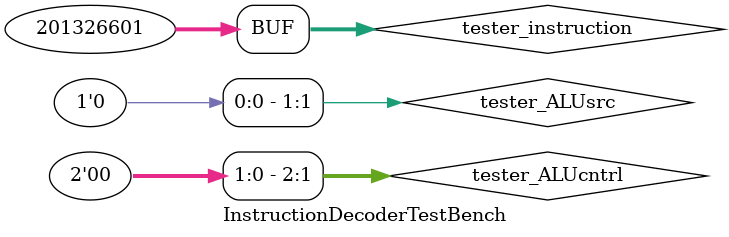
<source format=v>


// hex codes for all the operations we will support with our processor. Defined here to make the LUT more readable.
// op code values pulled from MIPS standards, partially found in power point 9.
// `define OP_ADD 3'd0 // syntax example

`define OPCODE_addiu 6'b001001 // add immediate unsigned. I TYPE
`define OPCODE_jal 6'b000011 // jump and link. J TYPE
`define OPCODE_addu 6'b100001 // add unsigned. R TYPE
`define OPCODE_add 6'b100000 // add two registers. R TYPE
`define OPCODE_addi 6'b001000 // add immediate. I TYPE
`define OPCODE_slt 6'b101010 // set less than. R TYPE
`define OPCODE_bne 6'b000101 // branch not equal. I TYPE
`define OPCODE_beq 6'b000100 // branch if equal. I TYPE
`define OPCODE_jr 6'b001000 // jump return. R TYPE
`define OPCODE_sw 6'b101011 // Store word. I TYPE
`define OPCODE_lw 6'b100011 // Load word. I TYPE

`define RT 2'd0
`define RD 2'd1
`define RA 2'd2

`define immediate 2'b00
`define PC 2'b01
`define Db 2'b10

`define ADD 3'd0
`define SUB 3'd1
`define SLT 3'd3


module InstructionDecoder(clk, instruction, ExtendMethod, RegDst, RegWr, ALUsrc, Branch, Jump, ALUcntrl, MemWr, MemToReg, JumpReg, InvZero);
// Look up table that takes a 32 bit instruction word and sets all the neccissary control
// flags to make the processor preform the correct computation.
input clk;
// 32 bit hex code defining which operation we will preform.
input[31:0] instruction;

// control flags. See all green labels in 'mp3processor.jpg' to see where the list
// of neccissary control flags came from.
output reg[1:0] RegDst; // register desination. selects which part of the instruction contains the write address for the register file.
output reg ExtendMethod; // extend method. chooses whether to sign extend or zero extend the immediate.
output reg RegWr; // register write enable. determines if the output of the last calculation is written back to the register file or not.
output reg[1:0] ALUsrc; // ALU source. does our ALU preform its operation on a value from the reg file, an immediate, or on the program counter.
output reg Branch; // are we branching? helps the instruction fetch unit know what to fetch next.
output reg Jump; // are we jumping? helps the instruction unit know what to fetch next.
output reg [2:0]ALUcntrl; // ALU control. What operation should our ALU preform on the two inputs? (one input is always Da, the other is selected by ALUsrc)
output reg MemWr; // Memory Write Enable. Do we write from the register file to the Data Memory?
output reg MemToReg; // Memory to Register File. What source do we send back to the register file? Do we load from Data Memory, or return the output from the ALU.

// the next control flags are addi9tional control flags found in 'mp3if.jpg' (Instruction Fetch Unit)
output reg JumpReg; // Jump Register. are we doing a jr? helps instruction fetch unit.
output reg InvZero; // Invert Zero flag. should we invert the zero flag from the ALU? makes bne possible.


wire[5:0] op_code;
assign op_code = instruction[31:26];

wire[5:0] funct = instruction[5:0];


always @(instruction,op_code, funct) begin
  case (op_code)
    0: begin
      case (funct)
        `OPCODE_addu: begin RegDst = `RD; ExtendMethod = 0; RegWr = 1; ALUsrc = `Db; Branch = 0; Jump = 0; 
          ALUcntrl = `ADD; MemWr = 0; MemToReg = 0; JumpReg = 0; InvZero = 0; end 
        `OPCODE_add: begin RegDst = `RD; ExtendMethod = 0; RegWr = 1; ALUsrc = `Db; Branch = 0; Jump = 0; 
          ALUcntrl = `ADD; MemWr = 0; MemToReg = 0; JumpReg = 0; InvZero = 0; end 
        `OPCODE_slt: begin RegDst = `RD; ExtendMethod = 0; RegWr = 1; ALUsrc = `Db; Branch = 0; Jump = 0; 
          ALUcntrl = `SLT; MemWr = 0; MemToReg = 0; JumpReg = 0; InvZero = 0; end 
        `OPCODE_jr: begin RegDst = `RD; ExtendMethod = 0; RegWr = 0; ALUsrc = `Db; Branch = 0; Jump = 0; 
          ALUcntrl = `ADD; MemWr = 0; MemToReg = 0; JumpReg = 1; InvZero = 0; end 
        
        default: begin RegDst = 0; ExtendMethod = 0; RegWr = 0; ALUsrc = 0; Branch = 0; Jump = 0; 
        ALUcntrl = 0; MemWr = 0; MemToReg = 0; JumpReg = 0; InvZero = 0; end
      endcase
    end
    `OPCODE_addiu: begin RegDst = `RT; ExtendMethod = 1; RegWr = 1; ALUsrc = `immediate; Branch = 0; Jump = 0; 
      ALUcntrl = `ADD; MemWr = 0; MemToReg = 0; JumpReg = 0; InvZero = 0; end
    `OPCODE_jal: begin RegDst = `RA; ExtendMethod = 0; RegWr = 1; ALUsrc = `PC; Branch = 0; Jump = 1; 
      ALUcntrl = `ADD; MemWr = 0; MemToReg = 0; JumpReg = 0; InvZero = 0; end 
    `OPCODE_addi: begin RegDst = `RT; ExtendMethod = 0; RegWr = 1; ALUsrc = `immediate; Branch = 0; Jump = 0; 
      ALUcntrl = `ADD; MemWr = 0; MemToReg = 0; JumpReg = 0; InvZero = 0; end 
    `OPCODE_bne: begin RegDst = `RT; ExtendMethod = 0; RegWr = 0; ALUsrc = `Db; Branch = 1; Jump = 0; 
      ALUcntrl = `SUB; MemWr = 0; MemToReg = 0; JumpReg = 0; InvZero = 1; end 
    `OPCODE_beq: begin RegDst = `RT; ExtendMethod = 0; RegWr = 0; ALUsrc = `Db; Branch = 1; Jump = 0; 
      ALUcntrl = `SUB; MemWr = 0; MemToReg = 0; JumpReg = 0; InvZero = 0; end 
    `OPCODE_sw: begin RegDst = `RT; ExtendMethod = 0; RegWr = 0; ALUsrc = `immediate; Branch = 0; Jump = 0; 
      ALUcntrl = `ADD; MemWr = 1; MemToReg = 0; JumpReg = 0; InvZero = 0; end 
    `OPCODE_lw: begin RegDst = `RT; ExtendMethod = 0; RegWr = 1; ALUsrc = `immediate; Branch = 0; Jump = 0; 
      ALUcntrl = `ADD; MemWr = 0; MemToReg = 1; JumpReg = 0; InvZero = 0; end 
    
    
    default: begin RegDst = 0; ExtendMethod = 0; RegWr = 0; ALUsrc = 0; Branch = 0; Jump = 0; 
      ALUcntrl = 0; MemWr = 0; MemToReg = 0; JumpReg = 0; InvZero = 0; end
    // helps make sure every case is represented, so that the synthesiser 
    // can optimize away all the registers. (all outputs were declared as reg). 
    // apparently the synthesiser can't get rid of them if one of my cases is incomplete.
    // default case should never be used.
  endcase
end // end always block
endmodule 

module InstructionDecoderTestBench;
reg[31:0] tester_instruction;
wire tester_RegDst;
wire tester_ExtendMethod;
wire tester_RegWr;
wire[1:0] tester_ALUsrc;
wire tester_Branch;
wire tester_Jump;
wire [2:0]tester_ALUcntrl;
wire tester_MemWr;
wire tester_MemToReg;
wire tester_JumpReg;
wire tester_InvZero;

InstructionDecoder myDecoder(tester_instruction, tester_ExtendMethod, tester_RegDst, tester_RegWr, tester_ALUsrc, tester_Branch, tester_Jump, tester_ALUcntrl, tester_MemWr, tester_MemToReg, tester_JumpReg, tester_InvZero);


initial begin
// send in a handful of possible instructions, so we can see that all the control lines are set.
// no idea if they are valid op codes and address values- this should be fixed!!

#100;

// addiu
tester_instruction = 32'b00100100000111010011111111111100; #1000
// jal
tester_instruction = 32'b00001100000000000000000000001001; #1000
// addu
tester_instruction = 32'b00000000000000100001100000100001; #1000
// add
tester_instruction = 32'b00001100000000000000000000001001; #1000
// addi
tester_instruction = 32'b00001100000000000000000000100101; #1000
// slt
tester_instruction = 32'b00100000000000010000000000000001; #1000
// bne
tester_instruction = 32'b00000000001001000000100000101010; #1000
// beq
tester_instruction = 32'b00010100001000000000000000000101; #1000
// jr
tester_instruction = 32'b00100100000000100000000000000001; #1000
// sw
tester_instruction = 32'b00100011101111011111111111111000; #1000
// lw
tester_instruction = 32'b00001100000000000000000000001001; #1000;

end


endmodule

</source>
